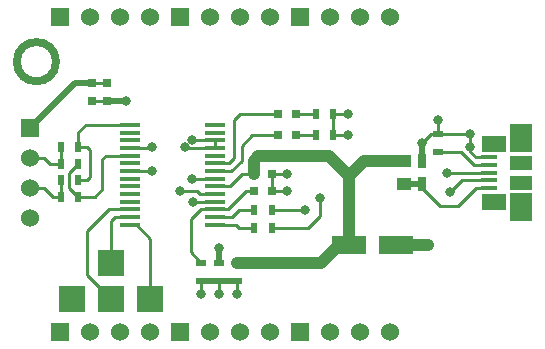
<source format=gtl>
G04 #@! TF.FileFunction,Copper,L1,Top,Signal*
%FSLAX46Y46*%
G04 Gerber Fmt 4.6, Leading zero omitted, Abs format (unit mm)*
G04 Created by KiCad (PCBNEW (2015-01-16 BZR 5376)-product) date 25/06/2015 00:16:14*
%MOMM*%
G01*
G04 APERTURE LIST*
%ADD10C,0.150000*%
%ADD11C,0.381000*%
%ADD12R,1.750000X0.450000*%
%ADD13R,1.524000X1.524000*%
%ADD14C,1.524000*%
%ADD15R,0.750000X0.800000*%
%ADD16R,0.800000X0.750000*%
%ADD17R,2.999740X1.501140*%
%ADD18R,0.750000X1.200000*%
%ADD19R,0.797560X0.797560*%
%ADD20R,1.250000X1.000000*%
%ADD21R,2.235200X2.235200*%
%ADD22R,0.500000X0.900000*%
%ADD23R,0.900000X0.500000*%
%ADD24R,1.897380X1.173480*%
%ADD25R,1.897380X2.374900*%
%ADD26R,2.100580X1.473200*%
%ADD27R,1.379220X0.449580*%
%ADD28C,0.800100*%
%ADD29C,0.254000*%
%ADD30C,0.508000*%
%ADD31C,1.000760*%
G04 APERTURE END LIST*
D10*
D11*
X88397080Y-49530000D02*
G75*
G03X88397080Y-49530000I-1529080J0D01*
G01*
X88658700Y-49530000D02*
G75*
G03X88658700Y-49530000I-1790700J0D01*
G01*
D12*
X94761500Y-54893500D03*
X94761500Y-55543500D03*
X94761500Y-56193500D03*
X94761500Y-56843500D03*
X94761500Y-57493500D03*
X94761500Y-58143500D03*
X94761500Y-58793500D03*
X94761500Y-59443500D03*
X94761500Y-60093500D03*
X94761500Y-60743500D03*
X94761500Y-61393500D03*
X94761500Y-62043500D03*
X94761500Y-62693500D03*
X94761500Y-63343500D03*
X101961500Y-63343500D03*
X101961500Y-62693500D03*
X101961500Y-62043500D03*
X101961500Y-61393500D03*
X101961500Y-60743500D03*
X101961500Y-60093500D03*
X101961500Y-59443500D03*
X101961500Y-58793500D03*
X101961500Y-58143500D03*
X101961500Y-57493500D03*
X101961500Y-56843500D03*
X101961500Y-56193500D03*
X101961500Y-55543500D03*
X101961500Y-54893500D03*
D13*
X109220000Y-45720000D03*
D14*
X111760000Y-45720000D03*
X114300000Y-45720000D03*
X116840000Y-45720000D03*
D13*
X99060000Y-45720000D03*
D14*
X101600000Y-45720000D03*
X104140000Y-45720000D03*
X106680000Y-45720000D03*
D13*
X88900000Y-45720000D03*
D14*
X91440000Y-45720000D03*
X93980000Y-45720000D03*
X96520000Y-45720000D03*
D13*
X109220000Y-72390000D03*
D14*
X111760000Y-72390000D03*
X114300000Y-72390000D03*
X116840000Y-72390000D03*
D13*
X99060000Y-72390000D03*
D14*
X101600000Y-72390000D03*
X104140000Y-72390000D03*
X106680000Y-72390000D03*
D13*
X88900000Y-72390000D03*
D14*
X91440000Y-72390000D03*
X93980000Y-72390000D03*
X96520000Y-72390000D03*
D13*
X86360000Y-55118000D03*
D14*
X86360000Y-57658000D03*
X86360000Y-60198000D03*
X86360000Y-62738000D03*
D15*
X91567000Y-51320000D03*
X91567000Y-52820000D03*
X92837000Y-51320000D03*
X92837000Y-52820000D03*
D16*
X105295000Y-60452000D03*
X106795000Y-60452000D03*
X105295000Y-59055000D03*
X106795000Y-59055000D03*
D17*
X117314980Y-65024000D03*
X113317020Y-65024000D03*
D18*
X119507000Y-59878000D03*
X119507000Y-57978000D03*
D19*
X107327700Y-55753000D03*
X108826300Y-55753000D03*
X107327700Y-53975000D03*
X108826300Y-53975000D03*
D20*
X117983000Y-57928000D03*
X117983000Y-59928000D03*
D21*
X96520000Y-69596000D03*
X93218000Y-69596000D03*
X89916000Y-69596000D03*
D22*
X110502000Y-55753000D03*
X112002000Y-55753000D03*
X110502000Y-53975000D03*
X112002000Y-53975000D03*
X90412000Y-58166000D03*
X88912000Y-58166000D03*
X90412000Y-56769000D03*
X88912000Y-56769000D03*
X90412000Y-60960000D03*
X88912000Y-60960000D03*
X90412000Y-59563000D03*
X88912000Y-59563000D03*
X106795000Y-63627000D03*
X105295000Y-63627000D03*
X106795000Y-62103000D03*
X105295000Y-62103000D03*
D23*
X120904000Y-55638000D03*
X120904000Y-57138000D03*
X102362000Y-66560000D03*
X102362000Y-68060000D03*
X103886000Y-66560000D03*
X103886000Y-68060000D03*
X100838000Y-66560000D03*
X100838000Y-68060000D03*
D24*
X127889000Y-59766200D03*
X127889000Y-58089800D03*
D25*
X127889000Y-56014620D03*
X127889000Y-61841380D03*
D26*
X125590300Y-56466740D03*
X125590300Y-61389260D03*
D27*
X125229620Y-60228480D03*
X125229620Y-59578240D03*
X125229620Y-58928000D03*
X125229620Y-58277760D03*
X125229620Y-57627520D03*
D21*
X93218000Y-66548000D03*
D28*
X120904000Y-54483000D03*
X119507000Y-56388000D03*
X123571000Y-55626000D03*
X123571000Y-56769000D03*
X100150500Y-61393500D03*
X100083500Y-59443500D03*
X94488000Y-52820000D03*
X108077000Y-59055000D03*
X108077000Y-60452000D03*
X119888000Y-65024000D03*
X96639500Y-58793500D03*
X100076000Y-56134000D03*
X99441000Y-56769000D03*
X102362000Y-65278000D03*
X109601000Y-62103000D03*
X121920000Y-60579000D03*
X110871000Y-61087000D03*
X121666000Y-58928000D03*
X99060000Y-60452000D03*
X113284000Y-55753000D03*
X113284000Y-53975000D03*
X100838000Y-69215000D03*
X103886000Y-69215000D03*
X102362000Y-69215000D03*
X96647000Y-56769000D03*
D29*
X120904000Y-55638000D02*
X120904000Y-54483000D01*
X120904000Y-55638000D02*
X120257000Y-55638000D01*
D30*
X119507000Y-56388000D02*
X119507000Y-57978000D01*
D29*
X120257000Y-55638000D02*
X119507000Y-56388000D01*
X120904000Y-55638000D02*
X123559000Y-55638000D01*
X124048520Y-57627520D02*
X125229620Y-57627520D01*
X123571000Y-57150000D02*
X123571000Y-56769000D01*
X124048520Y-57627520D02*
X123571000Y-57150000D01*
X123571000Y-55626000D02*
X123571000Y-56769000D01*
X123559000Y-55638000D02*
X123571000Y-55626000D01*
X101961500Y-61393500D02*
X100150500Y-61393500D01*
X101961500Y-59443500D02*
X100083500Y-59443500D01*
X92837000Y-52820000D02*
X91567000Y-52820000D01*
D30*
X94603000Y-52820000D02*
X94615000Y-52832000D01*
X94488000Y-52820000D02*
X94603000Y-52820000D01*
X92837000Y-52820000D02*
X94488000Y-52820000D01*
D29*
X106795000Y-59055000D02*
X108077000Y-59055000D01*
X106795000Y-60452000D02*
X106795000Y-59055000D01*
X106795000Y-60452000D02*
X108077000Y-60452000D01*
D31*
X120015000Y-65024000D02*
X119888000Y-65024000D01*
X117314980Y-65024000D02*
X120015000Y-65024000D01*
D29*
X96639500Y-58793500D02*
X96647000Y-58801000D01*
X101961500Y-56843500D02*
X101961500Y-56193500D01*
X100135500Y-56193500D02*
X100076000Y-56134000D01*
X101961500Y-56193500D02*
X100135500Y-56193500D01*
X94761500Y-58793500D02*
X96639500Y-58793500D01*
X100083500Y-59443500D02*
X100076000Y-59436000D01*
X100083500Y-59443500D02*
X100076000Y-59436000D01*
X100150500Y-61393500D02*
X100076000Y-61468000D01*
X100150500Y-61393500D02*
X100076000Y-61468000D01*
X99515500Y-56843500D02*
X99441000Y-56769000D01*
X101961500Y-56843500D02*
X99366500Y-56843500D01*
X99366500Y-56843500D02*
X99441000Y-56769000D01*
X101961500Y-56843500D02*
X99515500Y-56843500D01*
X91567000Y-51320000D02*
X92837000Y-51320000D01*
D30*
X90158000Y-51320000D02*
X86360000Y-55118000D01*
X91567000Y-51320000D02*
X90158000Y-51320000D01*
X102362000Y-66560000D02*
X102362000Y-65278000D01*
D29*
X103729500Y-63343500D02*
X104013000Y-63627000D01*
X104013000Y-63627000D02*
X105295000Y-63627000D01*
X101961500Y-63343500D02*
X103729500Y-63343500D01*
X103422500Y-62693500D02*
X104013000Y-62103000D01*
X104013000Y-62103000D02*
X105295000Y-62103000D01*
X101961500Y-62693500D02*
X103422500Y-62693500D01*
X101961500Y-62043500D02*
X100770500Y-62043500D01*
X99949000Y-65671000D02*
X100838000Y-66560000D01*
X99949000Y-62865000D02*
X99949000Y-65671000D01*
X100770500Y-62043500D02*
X99949000Y-62865000D01*
X103056500Y-62043500D02*
X104648000Y-60452000D01*
X104648000Y-60452000D02*
X105295000Y-60452000D01*
X101961500Y-62043500D02*
X103056500Y-62043500D01*
X103228500Y-60093500D02*
X104267000Y-59055000D01*
X104267000Y-59055000D02*
X105295000Y-59055000D01*
X101961500Y-60093500D02*
X103228500Y-60093500D01*
D31*
X112522000Y-65024000D02*
X113317020Y-65024000D01*
X110986000Y-66560000D02*
X112522000Y-65024000D01*
X103886000Y-66560000D02*
X110986000Y-66560000D01*
X105295000Y-57900000D02*
X105664000Y-57531000D01*
X105664000Y-57531000D02*
X111633000Y-57531000D01*
X111633000Y-57531000D02*
X113317020Y-59215020D01*
X113317020Y-59215020D02*
X113317020Y-65024000D01*
X105295000Y-59055000D02*
X105295000Y-57900000D01*
X114604040Y-57928000D02*
X113317020Y-59215020D01*
X117983000Y-57928000D02*
X114604040Y-57928000D01*
D30*
X119507000Y-59878000D02*
X118033000Y-59878000D01*
X118033000Y-59878000D02*
X117983000Y-59928000D01*
D29*
X125229620Y-60228480D02*
X124048520Y-60228480D01*
X121031000Y-61722000D02*
X119507000Y-60198000D01*
X122555000Y-61722000D02*
X121031000Y-61722000D01*
X124048520Y-60228480D02*
X122555000Y-61722000D01*
X119507000Y-60198000D02*
X119507000Y-59878000D01*
X125229620Y-59578240D02*
X122920760Y-59578240D01*
X109601000Y-62103000D02*
X106795000Y-62103000D01*
X122920760Y-59578240D02*
X121920000Y-60579000D01*
X125229620Y-58928000D02*
X121666000Y-58928000D01*
X109855000Y-63627000D02*
X106795000Y-63627000D01*
X110871000Y-62611000D02*
X109855000Y-63627000D01*
X110871000Y-61087000D02*
X110871000Y-62611000D01*
X125229620Y-58277760D02*
X123936760Y-58277760D01*
X122797000Y-57138000D02*
X120904000Y-57138000D01*
X123936760Y-58277760D02*
X122797000Y-57138000D01*
X101961500Y-58793500D02*
X103385500Y-58793500D01*
X105156000Y-55753000D02*
X107327700Y-55753000D01*
X104267000Y-56642000D02*
X105156000Y-55753000D01*
X104267000Y-57912000D02*
X104267000Y-56642000D01*
X103385500Y-58793500D02*
X104267000Y-57912000D01*
X108826300Y-55753000D02*
X110502000Y-55753000D01*
X101961500Y-58143500D02*
X103146500Y-58143500D01*
X104140000Y-53975000D02*
X107327700Y-53975000D01*
X103632000Y-54483000D02*
X104140000Y-53975000D01*
X103632000Y-57658000D02*
X103632000Y-54483000D01*
X103146500Y-58143500D02*
X103632000Y-57658000D01*
X108826300Y-53975000D02*
X110502000Y-53975000D01*
X87503000Y-57658000D02*
X86360000Y-57658000D01*
X88011000Y-58166000D02*
X87503000Y-57658000D01*
X88912000Y-58166000D02*
X88011000Y-58166000D01*
X88912000Y-56769000D02*
X88912000Y-58166000D01*
X88912000Y-59563000D02*
X88912000Y-60960000D01*
X88265000Y-60960000D02*
X87503000Y-60198000D01*
X87503000Y-60198000D02*
X86360000Y-60198000D01*
X88912000Y-60960000D02*
X88265000Y-60960000D01*
X98425000Y-71755000D02*
X99060000Y-72390000D01*
X96520000Y-64516000D02*
X96520000Y-69596000D01*
X95347500Y-63343500D02*
X96520000Y-64516000D01*
X94761500Y-63343500D02*
X95347500Y-63343500D01*
X93023500Y-62043500D02*
X91186000Y-63881000D01*
X91186000Y-63881000D02*
X91186000Y-67564000D01*
X91186000Y-67564000D02*
X93218000Y-69596000D01*
X94761500Y-62043500D02*
X93023500Y-62043500D01*
X99060000Y-60452000D02*
X100457000Y-60452000D01*
X100457000Y-60452000D02*
X100748500Y-60743500D01*
X100748500Y-60743500D02*
X101961500Y-60743500D01*
X112002000Y-55753000D02*
X113284000Y-55753000D01*
X112002000Y-55753000D02*
X112002000Y-53975000D01*
X112002000Y-53975000D02*
X113284000Y-53975000D01*
X100838000Y-68060000D02*
X100838000Y-69215000D01*
X103886000Y-68060000D02*
X103886000Y-69215000D01*
X102362000Y-68060000D02*
X102362000Y-69215000D01*
X94761500Y-56843500D02*
X96572500Y-56843500D01*
X96572500Y-56843500D02*
X96647000Y-56769000D01*
D30*
X100838000Y-68060000D02*
X102362000Y-68060000D01*
X102362000Y-68060000D02*
X103886000Y-68060000D01*
D29*
X92747500Y-57493500D02*
X92456000Y-57785000D01*
X92456000Y-57785000D02*
X92456000Y-60325000D01*
X92456000Y-60325000D02*
X91821000Y-60960000D01*
X91821000Y-60960000D02*
X90412000Y-60960000D01*
X94761500Y-57493500D02*
X92747500Y-57493500D01*
X89662000Y-60198000D02*
X89662000Y-58916000D01*
X89662000Y-58916000D02*
X90412000Y-58166000D01*
X90412000Y-60948000D02*
X89662000Y-60198000D01*
X90412000Y-60960000D02*
X90412000Y-60948000D01*
X91186000Y-56769000D02*
X91440000Y-57023000D01*
X91440000Y-57023000D02*
X91440000Y-59309000D01*
X91440000Y-59309000D02*
X91186000Y-59563000D01*
X91186000Y-59563000D02*
X90412000Y-59563000D01*
X90412000Y-56769000D02*
X91186000Y-56769000D01*
X91029500Y-54893500D02*
X90412000Y-55511000D01*
X90412000Y-55511000D02*
X90412000Y-56769000D01*
X94761500Y-54893500D02*
X91029500Y-54893500D01*
X93218000Y-62992000D02*
X93516500Y-62693500D01*
X93516500Y-62693500D02*
X94761500Y-62693500D01*
X93218000Y-66548000D02*
X93218000Y-62992000D01*
M02*

</source>
